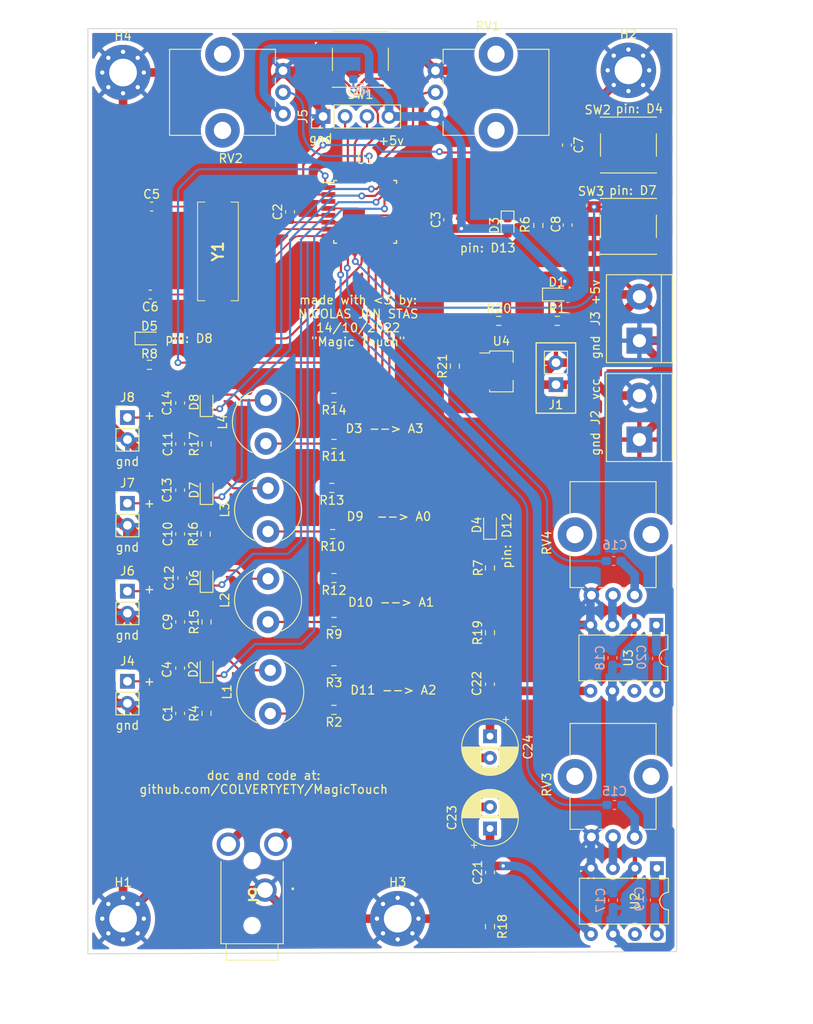
<source format=kicad_pcb>
(kicad_pcb (version 20211014) (generator pcbnew)
  (layers (0 "F.Cu" mixed) (31 "B.Cu" mixed) (34 "B.Paste" user) (35 "F.Paste" user) (36 "B.SilkS" user "B.Silkscreen") (37 "F.SilkS" user "F.Silkscreen") (38 "B.Mask" user) (39 "F.Mask" user) (44 "Edge.Cuts" user))
  (net 0 "")
  (net 1 "GND")
  (net 2 "/A2")
  (net 3 "+5V")
  (net 4 "Net-(C4-Pad1)")
  (net 5 "Net-(C4-Pad2)")
  (net 6 "Net-(C5-Pad2)")
  (net 7 "Net-(C6-Pad1)")
  (net 8 "/D4")
  (net 9 "/D7")
  (net 10 "/A1")
  (net 11 "/A0")
  (net 12 "/A3")
  (net 13 "Net-(C12-Pad1)")
  (net 14 "Net-(C12-Pad2)")
  (net 15 "Net-(C13-Pad1)")
  (net 16 "Net-(C13-Pad2)")
  (net 17 "Net-(C14-Pad1)")
  (net 18 "Net-(C14-Pad2)")
  (net 19 "AudioR")
  (net 20 "Net-(C15-Pad2)")
  (net 21 "AudioL")
  (net 22 "Net-(C16-Pad2)")
  (net 23 "VCC")
  (net 24 "Net-(C19-Pad1)")
  (net 25 "Net-(C19-Pad2)")
  (net 26 "Net-(C20-Pad1)")
  (net 27 "Net-(C20-Pad2)")
  (net 28 "Net-(C21-Pad1)")
  (net 29 "Net-(C21-Pad2)")
  (net 30 "Net-(C22-Pad1)")
  (net 31 "Net-(C22-Pad2)")
  (net 32 "outR")
  (net 33 "outL")
  (net 34 "Net-(D1-Pad1)")
  (net 35 "Net-(D3-Pad1)")
  (net 36 "/D13")
  (net 37 "Net-(D4-Pad1)")
  (net 38 "/D12")
  (net 39 "Net-(D5-Pad1)")
  (net 40 "/D8")
  (net 41 "/D1")
  (net 42 "/D0")
  (net 43 "Net-(L1-Pad1)")
  (net 44 "Net-(L2-Pad1)")
  (net 45 "Net-(L3-Pad1)")
  (net 46 "Net-(L4-Pad1)")
  (net 47 "/D11")
  (net 48 "/~{rst}")
  (net 49 "/D10")
  (net 50 "/D9")
  (net 51 "/D3")
  (net 52 "/A5")
  (net 53 "/A4")
  (net 54 "Net-(RV3-Pad2)")
  (net 55 "Net-(RV4-Pad2)")
  (net 58 "/D2")
  (net 61 "Net-(R20-Pad1)")
  (footprint "Resistor_SMD:R_0603_1608Metric_Pad0.98x0.95mm_HandSolder" (layer "F.Cu") (at 211.836 127.9125 -90)
    (fp_text reference "R18")
    (fp_text value "10")
  )
  (footprint "Resistor_SMD:R_0603_1608Metric_Pad0.98x0.95mm_HandSolder" (layer "F.Cu") (at 207.772 63.1425 90)
    (fp_text reference "R21")
    (fp_text value "1K")
  )
  (footprint "LED_SMD:LED_0603_1608Metric_Pad1.05x0.95mm_HandSolder" (layer "F.Cu") (at 213.868 46.877 -90)
    (fp_text reference "D3")
    (fp_text value "LED")
  )
  (footprint "Capacitor_SMD:C_0603_1608Metric_Pad1.08x0.95mm_HandSolder" (layer "F.Cu") (at 172.72 44.704)
    (fp_text reference "C5")
    (fp_text value "12pF")
  )
  (footprint "TerminalBlock:TerminalBlock_bornier-2_P5.08mm" (layer "F.Cu") (at 229.108 71.628 90)
    (fp_text reference "J2")
    (fp_text value "Pspeak")
  )
  (footprint "Connector_PinHeader_2.54mm:PinHeader_1x02_P2.54mm_Vertical" (layer "F.Cu") (at 169.926 69.088)
    (fp_text reference "J8")
    (fp_text value "Conn_01x02_Female")
  )
  (footprint "Potentiometer_THT:Potentiometer_Bourns_PTV09A-1_Single_Vertical" (layer "F.Cu") (at 228.56 89.616 90)
    (fp_text reference "RV4")
    (fp_text value "10k")
  )
  (footprint "Connector_PinHeader_2.54mm:PinHeader_1x04_P2.54mm_Vertical" (layer "F.Cu") (at 192.542 34.29 90)
    (fp_text reference "J5")
    (fp_text value "conn_prog")
  )
  (footprint "Button_Switch_SMD:SW_Push_1P1T_NO_6x6mm_H9.5mm" (layer "F.Cu") (at 196.85 27.686 180)
    (fp_text reference "SW1")
    (fp_text value "SW_SPST")
  )
  (footprint "Capacitor_SMD:C_0603_1608Metric_Pad1.08x0.95mm_HandSolder" (layer "F.Cu") (at 207.01 46.228 90)
    (fp_text reference "C3")
    (fp_text value "0.1uF")
  )
  (footprint "Resistor_SMD:R_0603_1608Metric_Pad0.98x0.95mm_HandSolder" (layer "F.Cu") (at 211.836 86.4635 -90)
    (fp_text reference "R7")
    (fp_text value "600")
  )
  (footprint "Capacitor_SMD:C_0603_1608Metric_Pad1.08x0.95mm_HandSolder" (layer "F.Cu") (at 176.022 92.71 90)
    (fp_text reference "C9")
    (fp_text value "100pF")
  )
  (footprint "Resistor_SMD:R_0603_1608Metric_Pad0.98x0.95mm_HandSolder" (layer "F.Cu") (at 179.07 72.136 90)
    (fp_text reference "R17")
    (fp_text value "1M")
  )
  (footprint "Capacitor_SMD:C_0603_1608Metric_Pad1.08x0.95mm_HandSolder" (layer "F.Cu") (at 176.022 77.47 -90)
    (fp_text reference "C13")
    (fp_text value "10nF")
  )
  (footprint "Diode_SMD:D_0603_1608Metric_Pad1.05x0.95mm_HandSolder" (layer "F.Cu") (at 179.07 87.63 90)
    (fp_text reference "D6")
    (fp_text value "D")
  )
  (footprint "Resistor_SMD:R_0603_1608Metric_Pad0.98x0.95mm_HandSolder" (layer "F.Cu") (at 193.802 98.298 180)
    (fp_text reference "R3")
    (fp_text value "3.3k")
  )
  (footprint "TerminalBlock:TerminalBlock_bornier-2_P5.08mm" (layer "F.Cu") (at 229.108 60.198 90)
    (fp_text reference "J3")
    (fp_text value "P5V")
  )
  (footprint "Capacitor_SMD:C_0603_1608Metric_Pad1.08x0.95mm_HandSolder" (layer "F.Cu") (at 176.022 72.136 90)
    (fp_text reference "C11")
    (fp_text value "100pF")
  )
  (footprint "Resistor_SMD:R_0603_1608Metric_Pad0.98x0.95mm_HandSolder" (layer "F.Cu") (at 193.802 87.63 180)
    (fp_text reference "R12")
    (fp_text value "3.3k")
  )
  (footprint "Capacitor_SMD:C_0603_1608Metric_Pad1.08x0.95mm_HandSolder" (layer "F.Cu") (at 211.836 121.666 90)
    (fp_text reference "C21")
    (fp_text value "50nF")
  )
  (footprint "MountingHole:MountingHole_3.2mm_M3_Pad_Via" (layer "F.Cu") (at 227.838 28.956)
    (fp_text reference "H2")
    (fp_text value "MountingHole_Pad")
  )
  (footprint "Resistor_SMD:R_0603_1608Metric_Pad0.98x0.95mm_HandSolder" (layer "F.Cu") (at 178.9665 82.55 90)
    (fp_text reference "R16")
    (fp_text value "1M")
  )
  (footprint "Diode_SMD:D_0603_1608Metric_Pad1.05x0.95mm_HandSolder" (layer "F.Cu") (at 179.07 67.31 90)
    (fp_text reference "D8")
    (fp_text value "D")
  )
  (footprint "Connector_PinHeader_2.54mm:PinHeader_1x02_P2.54mm_Vertical" (layer "F.Cu") (at 169.926 78.994)
    (fp_text reference "J7")
    (fp_text value "Conn_01x02_Female")
  )
  (footprint "cristal:ABLS16000MHz20B3HT" (layer "F.Cu") (at 180.388 49.882 -90)
    (fp_text reference "Y1")
    (fp_text value "Crystal 16Mhz" hide)
  )
  (footprint "LED_SMD:LED_0603_1608Metric_Pad1.05x0.95mm_HandSolder" (layer "F.Cu") (at 172.466 59.944)
    (fp_text reference "D5")
    (fp_text value "LED")
  )
  (footprint "Resistor_SMD:R_0603_1608Metric_Pad0.98x0.95mm_HandSolder" (layer "F.Cu") (at 193.548 77.216 180)
    (fp_text reference "R13")
    (fp_text value "3.3k")
  )
  (footprint "Inductor_THT:L_Radial_D7.5mm_P5.00mm_Fastron_07P" (layer "F.Cu") (at 186.182 82.256 90)
    (fp_text reference "L3")
    (fp_text value "10mH")
  )
  (footprint "Diode_SMD:D_0603_1608Metric_Pad1.05x0.95mm_HandSolder" (layer "F.Cu") (at 179.07 98.0565 90)
    (fp_text reference "D2")
    (fp_text value "D")
  )
  (footprint "Capacitor_SMD:C_0603_1608Metric_Pad1.08x0.95mm_HandSolder" (layer "F.Cu") (at 172.5665 54.864 180)
    (fp_text reference "C6")
    (fp_text value "12pF")
  )
  (footprint "Inductor_THT:L_Radial_D7.5mm_P5.00mm_Fastron_07P" (layer "F.Cu") (at 185.928 72.096 90)
    (fp_text reference "L4")
    (fp_text value "10mH")
  )
  (footprint "Capacitor_SMD:C_0603_1608Metric_Pad1.08x0.95mm_HandSolder" (layer "F.Cu") (at 176.276 87.63 -90)
    (fp_text reference "C12")
    (fp_text value "10nF")
  )
  (footprint "Capacitor_SMD:C_0603_1608Metric_Pad1.08x0.95mm_HandSolder" (layer "F.Cu") (at 220.726 37.592 90)
    (fp_text reference "C7")
    (fp_text value "10nF")
  )
  (footprint "MountingHole:MountingHole_3.2mm_M3_Pad_Via" (layer "F.Cu") (at 169.418 127)
    (fp_text reference "H1")
    (fp_text value "MountingHole_Pad")
  )
  (footprint "Button_Switch_SMD:SW_Push_1P1T_NO_6x6mm_H9.5mm" (layer "F.Cu") (at 227.838 37.592 180)
    (fp_text reference "SW2")
    (fp_text value "SW_SPST")
  )
  (footprint "Resistor_SMD:R_0603_1608Metric_Pad0.98x0.95mm_HandSolder" (layer "F.Cu") (at 179.07 103.2775 90)
    (fp_text reference "R4")
    (fp_text value "1M")
  )
  (footprint "Resistor_SMD:R_0603_1608Metric_Pad0.98x0.95mm_HandSolder" (layer "F.Cu") (at 193.802 66.802 180)
    (fp_text reference "R14")
    (fp_text value "3.3k")
  )
  (footprint "Resistor_SMD:R_0603_1608Metric_Pad0.98x0.95mm_HandSolder" (layer "F.Cu") (at 211.836 93.9585 90)
    (fp_text reference "R19")
    (fp_text value "10")
  )
  (footprint "Inductor_THT:L_Radial_D7.5mm_P5.00mm_Fastron_07P" (layer "F.Cu") (at 186.182 92.71 90)
    (fp_text reference "L2")
    (fp_text value "10mH")
  )
  (footprint "Capacitor_THT:CP_Radial_D6.3mm_P2.50mm" (layer "F.Cu") (at 211.836 105.918 -90)
    (fp_text reference "C24")
    (fp_text value "250uF")
  )
  (footprint "Diode_SMD:D_0603_1608Metric_Pad1.05x0.95mm_HandSolder" (layer "F.Cu") (at 179.07 77.47 90)
    (fp_text reference "D7")
    (fp_text value "D")
  )
  (footprint "Capacitor_SMD:C_0603_1608Metric_Pad1.08x0.95mm_HandSolder" (layer "F.Cu") (at 176.022 67.4105 -90)
    (fp_text reference "C14")
    (fp_text value "10nF")
  )
  (footprint "Resistor_SMD:R_0603_1608Metric_Pad0.98x0.95mm_HandSolder" (layer "F.Cu") (at 193.802 92.71 180)
    (fp_text reference "R9")
    (fp_text value "10k")
  )
  (footprint "Inductor_THT:L_Radial_D7.5mm_P5.00mm_Fastron_07P" (layer "F.Cu") (at 186.436 103.298 90)
    (fp_text reference "L1")
    (fp_text value "10mH")
  )
  (footprint "Potentiometer_THT:Potentiometer_Bourns_PTV09A-1_Single_Vertical" (layer "F.Cu") (at 228.56 117.556 90)
    (fp_text reference "RV3")
    (fp_text value "10k")
  )
  (footprint "MountingHole:MountingHole_3.2mm_M3_Pad_Via" (layer "F.Cu") (at 201.168 127)
    (fp_text reference "H3")
    (fp_text value "MountingHole_Pad")
  )
  (footprint "Capacitor_SMD:C_0603_1608Metric_Pad1.08x0.95mm_HandSolder" (layer "F.Cu") (at 176.022 98.044 -90)
    (fp_text reference "C4")
    (fp_text value "10nF")
  )
  (footprint "Potentiometer_THT:Potentiometer_Bourns_PTV09A-1_Single_Vertical" (layer "F.Cu") (at 187.914 28.996 180)
    (fp_text reference "RV2")
    (fp_text value "R_Potentiometer")
  )
  (footprint "Potentiometer_THT:Potentiometer_Bourns_PTV09A-1_Single_Vertical" (layer "F.Cu") (at 205.532 33.996)
    (fp_text reference "RV1")
    (fp_text value "R_Potentiometer")
  )
  (footprint "Capacitor_SMD:C_0603_1608Metric_Pad1.08x0.95mm_HandSolder" (layer "F.Cu") (at 176.022 82.55 90)
    (fp_text reference "C10")
    (fp_text value "100pF")
  )
  (footprint "Package_TO_SOT_SMD:SOT-89-3" (layer "F.Cu") (at 212.852 63.754)
    (fp_text reference "U4")
    (fp_text value "LM317L_SOT-89")
  )
  (footprint "Resistor_SMD:R_0603_1608Metric_Pad0.98x0.95mm_HandSolder" (layer "F.Cu") (at 193.802 72.136 180)
    (fp_text reference "R11")
    (fp_text value "10k")
  )
  (footprint "Package_DIP:DIP-8_W7.62mm" (layer "F.Cu") (at 231.13 121.168 -90)
    (fp_text reference "U2")
    (fp_text value "LM386")
  )
  (footprint "Connector_PinHeader_2.54mm:PinHeader_1x02_P2.54mm_Vertical" (layer "F.Cu") (at 219.456 65.283 180)
    (fp_text reference "J1")
    (fp_text value "Conn_01x02_Female")
  )
  (footprint "Connector_PinHeader_2.54mm:PinHeader_1x02_P2.54mm_Vertical" (layer "F.Cu") (at 169.926 99.568)
    (fp_text reference "J4")
    (fp_text value "Conn_01x02_Female")
  )
  (footprint "Resistor_SMD:R_0603_1608Metric_Pad0.98x0.95mm_HandSolder" (layer "F.Cu") (at 193.802 102.87 180)
    (fp_text reference "R2")
    (fp_text value "10k")
  )
  (footprint "Capacitor_SMD:C_0603_1608Metric_Pad1.08x0.95mm_HandSolder" (layer "F.Cu") (at 211.836 99.904 -90)
    (fp_text reference "C22")
    (fp_text value "50nF")
  )
  (footprint "Package_QFP:TQFP-32_7x7mm_P0.8mm" (layer "F.Cu") (at 197.406 45.31)
    (fp_text reference "U1")
    (fp_text value "ATmega328P-A")
  )
  (footprint "Resistor_SMD:R_0603_1608Metric_Pad0.98x0.95mm_HandSolder" (layer "F.Cu") (at 219.6065 57.912)
    (fp_text reference "R1")
    (fp_text value "600")
  )
  (footprint "Resistor_SMD:R_0603_1608Metric_Pad0.98x0.95mm_HandSolder" (layer "F.Cu") (at 212.852 57.912)
    (fp_text reference "R20")
    (fp_text value "3.3k")
  )
  (footprint "Resistor_SMD:R_0603_1608Metric_Pad0.98x0.95mm_HandSolder" (layer "F.Cu") (at 172.466 62.992)
    (fp_text reference "R8")
    (fp_text value "600")
  )
  (footprint "Button_Switch_SMD:SW_Push_1P1T_NO_6x6mm_H9.5mm" (layer "F.Cu") (at 227.838 46.99)
    (fp_text reference "SW3")
    (fp_text value "SW_SPST")
  )
  (footprint "Resistor_SMD:R_0603_1608Metric_Pad0.98x0.95mm_HandSolder" (layer "F.Cu") (at 193.6515 82.55 180)
    (fp_text reference "R10")
    (fp_text value "10k")
  )
  (footprint "Resistor_SMD:R_0603_1608Metric_Pad0.98x0.95mm_HandSolder" (layer "F.Cu") (at 217.424 46.8865 -90)
    (fp_text reference "R6")
    (fp_text value "600")
  )
  (footprint "Capacitor_SMD:C_0603_1608Metric_Pad1.08x0.95mm_HandSolder" (layer "F.Cu") (at 176.022 103.2775 90)
    (fp_text reference "C1")
    (fp_text value "100pF")
  )
  (footprint "Capacitor_THT:CP_Radial_D6.3mm_P2.50mm" (layer "F.Cu") (at 211.836 116.586 90)
    (fp_text reference "C23")
    (fp_text value "250uF")
  )
  (footprint "Capacitor_SMD:C_0603_1608Metric_Pad1.08x0.95mm_HandSolder" (layer "F.Cu") (at 220.815 46.8365 -90)
    (fp_text reference "C8")
    (fp_text value "10nF")
  )
  (footprint "LED_SMD:LED_0603_1608Metric_Pad1.05x0.95mm_HandSolder" (layer "F.Cu") (at 211.836 81.487 90)
    (fp_text reference "D4")
    (fp_text value "LED")
  )
  (footprint "Capacitor_SMD:C_0603_1608Metric_Pad1.08x0.95mm_HandSolder" (layer "F.Cu") (at 188.722 45.3125 90)
    (fp_text reference "C2")
    (fp_text value "4.7uF")
  )
  (footprint "LED_SMD:LED_0603_1608Metric_Pad1.05x0.95mm_HandSolder" (layer "F.Cu") (at 219.569 54.864)
    (fp_text reference "D1")
    (fp_text value "LED")
  )
  (footprint "Connector_PinHeader_2.54mm:PinHeader_1x02_P2.54mm_Vertical" (layer "F.Cu") (at 169.926 89.154)
    (fp_text reference "J6")
    (fp_text value "Conn_01x02_Female")
  )
  (footprint "MountingHole:MountingHole_3.2mm_M3_Pad_Via" (layer "F.Cu") (at 169.418 29.21)
    (fp_text reference "H4")
    (fp_text value "MountingHole_Pad")
  )
  (footprint "jack:STX3000" (layer "F.Cu") (at 185.834 123.698 90)
    (fp_text reference "J9")
    (fp_text value "STX-3000" hide)
  )
  (footprint "Resistor_SMD:R_0603_1608Metric_Pad0.98x0.95mm_HandSolder" (layer "F.Cu") (at 179.07 92.71 90)
    (fp_text reference "R15")
    (fp_text value "1M")
  )
  (footprint "Package_DIP:DIP-8_W7.62mm" (layer "F.Cu") (at 231.064 93.056 -90)
    (fp_text reference "U3")
    (fp_text value "LM386")
  )
  (footprint "Capacitor_SMD:C_0603_1608Metric_Pad1.08x0.95mm_HandSolder" (layer "B.Cu") (at 225.994 96.856 -90)
    (fp_text reference "C18")
    (fp_text value "10uF")
  )
  (footprint "Resistor_SMD:R_0603_1608Metric_Pad0.98x0.95mm_HandSolder" (layer "B.Cu") (at 196.9535 29.972)
    (fp_text reference "R5")
    (fp_text value "10k")
  )
  (footprint "Capacitor_SMD:C_0603_1608Metric_Pad1.08x0.95mm_HandSolder" (layer "B.Cu") (at 230.886 124.8675 90)
    (fp_text reference "C19")
    (fp_text value "10uF")
  )
  (footprint "Capacitor_SMD:C_0603_1608Metric_Pad1.08x0.95mm_HandSolder" (layer "B.Cu") (at 231.14 96.9275 90)
    (fp_text reference "C20")
    (fp_text value "10uF")
  )
  (footprint "Capacitor_SMD:C_0603_1608Metric_Pad1.08x0.95mm_HandSolder" (layer "B.Cu") (at 226.232 113.858)
    (fp_text reference "C15")
    (fp_text value "10uF")
  )
  (footprint "Capacitor_SMD:C_0603_1608Metric_Pad1.08x0.95mm_HandSolder" (layer "B.Cu") (at 226.06 124.8675 -90)
    (fp_text reference "C17")
    (fp_text value "10uF")
  )
  (footprint "Capacitor_SMD:C_0603_1608Metric_Pad1.08x0.95mm_HandSolder" (layer "B.Cu") (at 226.1315 85.664)
    (fp_text reference "C16")
    (fp_text value "10uF")
  )
  (gr_rect (start 217.17 60.452) (end 221.742 68.58) (layer "F.SilkS") (width 0.15) (fill none))
  (gr_line (start 233.426 24.892) (end 233.426 130.81) (layer "Edge.Cuts") (width 0.1))
  (gr_line (start 165.354 24.13) (end 233.426 24.13) (layer "Edge.Cuts") (width 0.1))
  (gr_line (start 233.426 24.13) (end 233.426 24.892) (layer "Edge.Cuts") (width 0.1))
  (gr_line (start 233.426 130.81) (end 165.354 131.064) (layer "Edge.Cuts") (width 0.1))
  (gr_line (start 165.354 131.064) (end 165.354 24.13) (layer "Edge.Cuts") (width 0.1))
  (gr_text "+" (at 172.466 78.994) (layer "F.SilkS") (effects (font (size 1 1))))
  (gr_text "D10 --> A1" (at 200.406 90.424) (layer "F.SilkS") (effects (font (size 1 1))))
  (gr_text "+5v\n" (at 200.406 37.084) (layer "F.SilkS") (effects (font (size 1 1))))
  (gr_text "+" (at 172.466 68.834) (layer "F.SilkS") (effects (font (size 1 1))))
  (gr_text "pin: D13\n\n" (at 211.582 50.292) (layer "F.SilkS") (effects (font (size 1 1))))
  (gr_text "pin: D7\n\n\n" (at 228.346 44.45) (layer "F.SilkS") (effects (font (size 1 1))))
  (gr_text "gnd\n" (at 169.926 74.168) (layer "F.SilkS") (effects (font (size 1 1))))
  (gr_text "gnd\n" (at 169.926 84.074) (layer "F.SilkS") (effects (font (size 1 1))))
  (gr_text "pin: D12\n\n\n" (at 215.392 83.312 90) (layer "F.SilkS") (effects (font (size 1 1))))
  (gr_text "doc and code at:\ngithub.com/COLVERTYETY/MagicTouch" (at 185.674 111.252) (layer "F.SilkS") (effects (font (size 1 1))))
  (gr_text "+5v\n" (at 224.028 54.61 90) (layer "F.SilkS") (effects (font (size 1 1))))
  (gr_text "gnd\n" (at 224.028 72.136 90) (layer "F.SilkS") (effects (font (size 1 1))))
  (gr_text "gnd\n" (at 192.278 36.83) (layer "F.SilkS") (effects (font (size 1 1))))
  (gr_text "D9  --> A0" (at 200.152 80.518) (layer "F.SilkS") (effects (font (size 1 1))))
  (gr_text "gnd\n" (at 169.926 94.234) (layer "F.SilkS") (effects (font (size 1 1))))
  (gr_text "pin: D8\n" (at 177.038 59.944) (layer "F.SilkS") (effects (font (size 1 1))))
  (gr_text "gnd\n" (at 169.926 104.648) (layer "F.SilkS") (effects (font (size 1 1))))
  (gr_text "vcc\n" (at 224.028 65.786 90) (layer "F.SilkS") (effects (font (size 1 1))))
  (gr_text "made with <3 by:\nNICOLAS JAN STAS\n14/10/2022\n{dblquote}Magic Touch{dblquote}" (at 196.596 57.912) (layer "F.SilkS") (effects (font (size 1 1))))
  (gr_text "+" (at 172.466 99.568) (layer "F.SilkS") (effects (font (size 1 1))))
  (gr_text "+" (at 172.466 88.9) (layer "F.SilkS") (effects (font (size 1 1))))
  (gr_text "pin: D4\n\n\n\n" (at 229.108 35.814) (layer "F.SilkS") (effects (font (size 1 1))))
  (gr_text "D11 --> A2" (at 200.66 100.584) (layer "F.SilkS") (effects (font (size 1 1))))
  (gr_text "D3 --> A3\n" (at 199.644 70.358) (layer "F.SilkS") (effects (font (size 1 1))))
  (gr_text "gnd\n" (at 224.028 60.96 90) (layer "F.SilkS") (effects (font (size 1 1))))
  (segment (start 208.026 42.418) (end 203.962 38.354) (width 1) (layer "F.Cu") (net 1))
  (segment (start 231.608 60.198) (end 231.902 59.904) (width 1) (layer "F.Cu") (net 1))
  (segment (start 183.388 101.346) (end 184.15 100.584) (width 1) (layer "F.Cu") (net 1))
  (segment (start 189.136 127) (end 185.834 123.698) (width 1) (layer "F.Cu") (net 1))
  (segment (start 183.896 106.172) (end 183.388 105.664) (width 1) (layer "F.Cu") (net 1))
  (segment (start 211.836 128.825) (end 214.610359 128.825) (width 1) (layer "F.Cu") (net 1))
  (segment (start 180.4435 74.422) (end 179.07 73.0485) (width 1) (layer "F.Cu") (net 1))
  (segment (start 213.7645 57.912) (end 213.7645 51.4585) (width 1) (layer "F.Cu") (net 1))
  (segment (start 169.366978 81.534) (end 169.926 81.534) (width 1) (layer "F.Cu") (net 1))
  (segment (start 223.863 32.931) (end 227.838 28.956) (width 1) (layer "F.Cu") (net 1))
  (segment (start 172.974 65.278) (end 173.482 64.77) (width 1) (layer "F.Cu") (net 1))
  (segment (start 229.108 60.198) (end 231.608 60.198) (width 1) (layer "F.Cu") (net 1))
  (segment (start 172.72 123.698) (end 169.418 127) (width 1) (layer "F.Cu") (net 1))
  (segment (start 214.884 30.988) (end 209.042 30.988) (width 1) (layer "F.Cu") (net 1))
  (segment (start 167.386 94.234) (end 169.926 91.694) (width 1) (layer "F.Cu") (net 1))
  (segment (start 168.402 64.008) (end 169.672 65.278) (width 1) (layer "F.Cu") (net 1))
  (segment (start 181.5065 93.6225) (end 183.388 95.504) (width 1) (layer "F.Cu") (net 1))
  (segment (start 179.02 72.9985) (end 179.07 73.0485) (width 1) (layer "F.Cu") (net 1))
  (segment (start 209.296 31.242) (end 209.042 30.988) (width 1) (layer "F.Cu") (net 1))
  (segment (start 176.022 72.9985) (end 179.02 72.9985) (width 1) (layer "F.Cu") (net 1))
  (segment (start 200.825 25.436) (end 201.972 25.436) (width 1) (layer "F.Cu") (net 1))
  (segment (start 207.01 45.3655) (end 209.9575 42.418) (width 1) (layer "F.Cu") (net 1))
  (segment (start 193.04 84.836) (end 194.7145 86.5105) (width 1) (layer "F.Cu") (net 1))
  (segment (start 231.902 68.834) (end 229.108 71.628) (width 1) (layer "F.Cu") (net 1))
  (segment (start 211.836 128.825) (end 207.311 128.825) (width 1) (layer "F.Cu") (net 1))
  (segment (start 189.982 45.71) (end 188.722 44.45) (width 0.2) (layer "F.Cu") (net 1))
  (segment (start 176.022 104.14) (end 179.02 104.14) (width 1) (layer "F.Cu") (net 1))
  (segment (start 176.072 83.4625) (end 176.022 83.4125) (width 1) (layer "F.Cu") (net 1))
  (segment (start 169.926 102.108) (end 168.723919 102.108) (width 1) (layer "F.Cu") (net 1))
  (segment (start 176.022 72.9985) (end 171.2965 72.9985) (width 1) (layer "F.Cu") (net 1))
  (segment (start 171.0955 72.9985) (end 167.386 76.708) (width 1) (layer "F.Cu") (net 1))
  (segment (start 171.8045 83.4125) (end 169.926 81.534) (width 1) (layer "F.Cu") (net 1))
  (segment (start 197.866 106.172) (end 183.896 106.172) (width 1) (layer "F.Cu") (net 1))
  (segment (start 216.73168 127.94632) (end 223.51 121.168) (width 1) (layer "F.Cu") (net 1))
  (segment (start 171.2965 72.9985) (end 171.0955 72.9985) (width 1) (layer "F.Cu") (net 1))
  (segment (start 184.15 100.584) (end 189.23 100.584) (width 1) (layer "F.Cu") (net 1))
  (segment (start 223.863 35.342) (end 223.863 32.931) (width 1) (layer "F.Cu") (net 1))
  (segment (start 167.132 90.102081) (end 168.723919 91.694) (width 1) (layer "F.Cu") (net 1))
  (segment (start 206.5545 44.91) (end 201.656 44.91) (width 0.2) (layer "F.Cu") (net 1))
  (segment (start 171.2965 72.9985) (end 169.926 71.628) (width 1) (layer "F.Cu") (net 1))
  (segment (start 176.022 104.14) (end 171.958 104.14) (width 1) (layer "F.Cu") (net 1))
  (segment (start 211.846 93.056) (end 223.444 93.056) (width 1) (layer "F.Cu") (net 1))
  (segment (start 229.108 60.198) (end 231.902 62.992) (width 1) (layer "F.Cu") (net 1))
  (segment (start 169.926 81.534) (end 169.926 85.344) (width 1) (layer "F.Cu") (net 1))
  (segment (start 192.542 34.29) (end 192.542 33.624) (width 1) (layer "F.Cu") (net 1))
  (segment (start 222.356 49.24) (end 220.815 47.699) (width 1) (layer "F.Cu") (net 1))
  (segment (start 211.836 87.376) (end 211.836 92.202) (width 1) (layer "F.Cu") (net 1))
  (segment (start 200.825 25.436) (end 192.875 25.436) (width 1) (layer "F.Cu") (net 1))
  (segment (start 167.386 79.553022) (end 169.366978 81.534) (width 1) (layer "F.Cu") (net 1))
  (segment (start 173.482 63.0955) (end 173.3785 62.992) (width 1) (layer "F.Cu") (net 1))
  (segment (start 231.813 35.342) (end 223.863 35.342) (width 1) (layer "F.Cu") (net 1))
  (segment (start 231.902 52.578) (end 231.813 52.489) (width 1) (layer "F.Cu") (net 1))
  (segment (start 220.519 59.643) (end 220.519 57.912) (width 1) (layer "F.Cu") (net 1))
  (segment (start 216.154 59.69) (end 220.472 59.69) (width 1) (layer "F.Cu") (net 1))
  (segment (start 168.402 58.166) (end 168.402 64.008) (width 1) (layer "F.Cu") (net 1))
  (segment (start 222.4755 36.7295) (end 223.863 35.342) (width 1) (layer "F.Cu") (net 1))
  (segment (start 166.878 68.834) (end 166.878 68.072) (width 1) (layer "F.Cu") (net 1))
  (segment (start 220.472 59.69) (end 220.519 59.643) (width 1) (layer "F.Cu") (net 1))
  (segment (start 194.7145 97.1785) (end 194.7145 98.298) (width 1) (layer "F.Cu") (net 1))
  (segment (start 171.704 44.8575) (end 171.8575 44.704) (width 1) (layer "F.Cu") (net 1))
  (segment (start 171.704 54.864) (end 168.402 58.166) (width 1) (layer "F.Cu") (net 1))
  (segment (start 189.23 100.584) (end 189.738 100.076) (width 1) (layer "F.Cu") (net 1))
  (segment (start 187.914 28.996) (end 189.315 28.996) (width 1) (layer "F.Cu") (net 1))
  (segment (start 177.546 31.496) (end 175.26 29.21) (width 1) (layer "F.Cu") (net 1))
  (segment (start 189.738 100.076) (end 189.738 95.504) (width 1) (layer "F.Cu") (net 1))
  (segment (start 207.01 45.3655) (end 206.5545 44.91) (width 0.2) (layer "F.Cu") (net 1))
  (segment (start 182.0145 83.4625) (end 183.388 84.836) (width 1) (layer "F.Cu") (net 1))
  (segment (start 214.376 57.912) (end 216.154 59.69) (width 1) (layer "F.Cu") (net 1))
  (segment (start 169.926 85.344) (end 167.132 88.138) (width 1) (layer "F.Cu") (net 1))
  (segment (start 179.07 93.6225) (end 176.072 93.6225) (width 1) (layer "F.Cu") (net 1))
  (segment (start 183.388 84.836) (end 193.04 84.836) (width 1) (layer "F.Cu") (net 1))
  (segment (start 193.04 95.504) (end 194.7145 97.1785) (width 1) (layer "F.Cu") (net 1))
  (segment (start 194.7145 86.5105) (end 194.7145 87.63) (width 1) (layer "F.Cu") (net 1))
  (segment (start 219.202 47.392) (end 218.895 47.699) (width 1) (layer "F.Cu") (net 1))
  (segment (start 188.722 44.45) (end 188.722 38.11) (width 1) (layer "F.Cu") (net 1))
  (segment (start 189.738 95.504) (end 193.04 95.504) (width 1) (layer "F.Cu") (net 1))
  (segment (start 175.26 29.21) (end 169.418 29.21) (width 1) (layer "F.Cu") (net 1))
  (segment (start 205.486 127) (end 201.168 127) (width 1) (layer "F.Cu") (net 1))
  (segment (start 231.813 52.489) (end 231.813 49.24) (width 1) (layer "F.Cu") (net 1))
  (segment (start 169.926 71.628) (end 169.672 71.628) (width 1) (layer "F.Cu") (net 1))
  (segment (start 167.386 100.770081) (end 167.386 94.234) (width 1) (layer "F.Cu") (net 1))
  (segment (start 231.902 62.992) (end 231.902 68.834) (width 1) (layer "F.Cu") (net 1))
  (segment (start 179.07 93.6225) (end 181.5065 93.6225) (width 1) (layer "F.Cu") (net 1))
  (segment (start 178.9665 83.4625) (end 176.072 83.4625) (width 1) (layer "F.Cu") (net 1))
  (segment (start 176.022 93.5725) (end 171.8045 93.5725) (width 1) (layer "F.Cu") (net 1))
  (segment (start 211.836 92.202) (end 197.866 106.172) (width 1) (layer "F.Cu") (net 1))
  (segment (start 171.8045 93.5725) (end 169.926 91.694) (width 1) (layer "F.Cu") (net 1))
  (segment (start 220.815 47.699) (end 218.895 47.699) (width 1) (layer "F.Cu") (net 1))
  (segment (start 213.7645 57.912) (end 214.376 57.912) (width 1) (layer "F.Cu") (net 1))
  (segment (start 209.042 30.988) (end 207.05 28.996) (width 1) (layer "F.Cu") (net 1))
  (segment (start 169.418 127) (end 169.418 106.68) (width 1) (layer "F.Cu") (net 1))
  (segment (start 231.902 59.904) (end 231.902 52.578) (width 1) (layer "F.Cu") (net 1))
  (segment (start 207.311 128.825) (end 205.486 127) (width 1) (layer "F.Cu") (net 1))
  (segment (start 188.722 38.11) (end 192.542 34.29) (width 1) (layer "F.Cu") (net 1))
  (segment (start 169.418 42.2645) (end 169.418 29.21) (width 1) (layer "F.Cu") (net 1))
  (segment (start 168.723919 102.108) (end 167.386 100.770081) (width 1) (layer "F.Cu") (net 1))
  (segment (start 220.726 36.7295) (end 222.4755 36.7295) (width 1) (layer "F.Cu") (net 1))
  (segment (start 209.9575 42.418) (end 219.202 42.418) (width 1) (layer "F.Cu") (net 1))
  (segment (start 169.418 106.68) (end 171.958 104.14) (width 1) (layer "F.Cu") (net 1))
  (segment (start 168.723919 91.694) (end 169.926 91.694) (width 1) (layer "F.Cu") (net 1))
  (segment (start 209.296 32.512) (end 209.296 31.242) (width 1) (layer "F.Cu") (net 1))
  (segment (start 201.168 127) (end 189.136 127) (width 1) (layer "F.Cu") (net 1))
  (segment (start 211.836 93.046) (end 211.836 87.376) (width 1) (layer "F.Cu") (net 1))
  (segment (start 203.962 38.354) (end 203.962 37.846) (width 1) (layer "F.Cu") (net 1))
  (segment (start 176.022 83.4125) (end 171.8045 83.4125) (width 1) (layer "F.Cu") (net 1))
  (segment (start 171.8575 44.704) (end 169.418 42.2645) (width 1) (layer "F.Cu") (net 1))
  (segment (start 178.9665 83.4625) (end 182.0145 83.4625) (width 1) (layer "F.Cu") (net 1))
  (segment (start 176.072 93.6225) (end 176.022 93.5725) (width 1) (layer "F.Cu") (net 1))
  (segment (start 218.895 47.699) (end 217.524 47.699) (width 1) (layer "F.Cu") (net 1))
  (segment (start 183.388 95.504) (end 189.738 95.504) (width 1) (layer "F.Cu") (net 1))
  (segment (start 189.062 44.11) (end 193.156 44.11) (width 0.2) (layer "F.Cu") (net 1))
  (segment (start 167.132 88.138) (end 167.132 90.102081) (width 1) (layer "F.Cu") (net 1))
  (segment (start 179.02 104.14) (end 179.07 104.19) (width 1) (layer "F.Cu") (net 1))
  (segment (start 194.4605 77.216) (end 191.6665 74.422) (width 1) (layer "F.Cu") (net 1))
  (segment (start 192.6825 64.77) (end 194.7145 66.802) (width 1) (layer "F.Cu") (net 1))
  (segment (start 220.6255 36.7295) (end 214.884 30.988) (width 1) (layer "F.Cu") (net 1))
  (segment (start 169.672 65.278) (end 172.974 65.278) (width 1) (layer "F.Cu") (net 1))
  (segment (start 173.482 64.77) (end 192.6825 64.77) (width 1) (layer "F.Cu") (net 1))
  (segment (start 217.524 47.699) (end 217.424 47.799) (width 1) (layer "F.Cu") (net 1))
  (segment (start 207.05 28.996) (end 205.532 28.996) (width 1) (layer "F.Cu") (net 1))
  (segment (start 185.834 123.698) (end 172.72 123.698) (width 1) (layer "F.Cu") (net 1))
  (segment (start 209.9575 42.418) (end 208.026 42.418) (width 1) (layer "F.Cu") (net 1))
  (segment (start 173.482 64.77) (end 173.482 63.0955) (width 1) (layer "F.Cu") (net 1))
  (segment (start 191.6665 74.422) (end 180.4435 74.422) (width 1) (layer "F.Cu") (net 1))
  (segment (start 187.914 28.996) (end 185.414 31.496) (width 1) (layer "F.Cu") (net 1))
  (segment (start 167.386 76.708) (end 167.386 79.553022) (width 1) (layer "F.Cu") (net 1))
  (segment (start 201.972 25.436) (end 205.532 28.996) (width 1) (layer "F.Cu") (net 1))
  (segment (start 203.962 37.846) (end 209.296 32.512) (width 1) (layer "F.Cu") (net 1))
  (segment (start 189.315 28.996) (end 192.875 25.436) (width 1) (layer "F.Cu") (net 1))
  (segment (start 219.202 42.418) (end 219.202 47.392) (width 1) (layer "F.Cu") (net 1))
  (segment (start 171.704 54.864) (end 171.704 44.8575) (width 1) (layer "F.Cu") (net 1))
  (segment (start 185.414 31.496) (end 177.546 31.496) (width 1) (layer "F.Cu") (net 1))
  (segment (start 183.388 105.664) (end 183.388 101.346) (width 1) (layer "F.Cu") (net 1))
  (segment (start 188.722 44.45) (end 189.062 44.11) (width 0.2) (layer "F.Cu") (net 1))
  (segment (start 220.726 36.7295) (end 220.6255 36.7295) (width 1) (layer "F.Cu") (net 1))
  (segment (start 223.863 49.24) (end 231.813 49.24) (width 1) (layer "F.Cu") (net 1))
  (segment (start 192.542 33.624) (end 187.914 28.996) (width 1) (layer "F.Cu") (net 1))
  (segment (start 211.836 93.046) (end 211.846 93.056) (width 1) (layer "F.Cu") (net 1))
  (segment (start 213.7645 51.4585) (end 217.424 47.799) (width 1) (layer "F.Cu") (net 1))
  (segment (start 193.156 45.71) (end 189.982 45.71) (width 0.2) (layer "F.Cu") (net 1))
  (segment (start 171.958 104.14) (end 169.926 102.108) (width 1) (layer "F.Cu") (net 1))
  (segment (start 231.902 62.992) (end 231.902 59.904) (width 1) (layer "F.Cu") (net 1))
  (segment (start 223.863 49.24) (end 222.356 49.24) (width 1) (layer "F.Cu") (net 1))
  (segment (start 166.878 68.072) (end 169.672 65.278) (width 1) (layer "F.Cu") (net 1))
  (segment (start 169.672 71.628) (end 166.878 68.834) (width 1) (layer "F.Cu") (net 1))
  (arc (start 216.73168 127.94632) (mid 215.75841 128.596639) (end 214.610359 128.825) (width 1) (layer "F.Cu") (net 1))
  (segment (start 223.444 93.056) (end 223.444 89.732) (width 1) (layer "B.Cu") (net 1))
  (segment (start 226.06 124.005) (end 226.06 123.698) (width 1) (layer "B.Cu") (net 1))
  (segment (start 223.444 93.056) (end 223.444 93.4435) (width 1) (layer "B.Cu") (net 1))
  (segment (start 225.994 95.586) (end 228.524 93.056) (width 1) (layer "B.Cu") (net 1))
  (segment (start 226.06 124.005) (end 226.06 123.718) (width 1) (layer "B.Cu") (net 1))
  (segment (start 223.444 89.732) (end 223.56 89.616) (width 1) (layer "B.Cu") (net 1))
  (segment (start 225.994 95.9935) (end 225.994 95.586) (width 1) (layer "B.Cu") (net 1))
  (segment (start 223.51 121.168) (end 223.51 117.606) (width 1) (layer "B.Cu") (net 1))
  (segment (start 223.444 93.4435) (end 225.994 95.9935) (width 1) (layer "B.Cu") (net 1))
  (segment (start 226.06 123.698) (end 228.59 121.168) (width 1) (layer "B.Cu") (net 1))
  (segment (start 223.51 117.606) (end 223.56 117.556) (width 1) (layer "B.Cu") (net 1))
  (segment (start 226.06 123.718) (end 223.51 121.168) (width 1) (layer "B.Cu") (net 1))
  (segment (start 179.07 102.365) (end 179.07 98.9315) (width 0.25) (layer "F.Cu") (net 2))
  (segment (start 176.072 102.365) (end 176.022 102.415) (width 0.25) (layer "F.Cu") (net 2))
  (segment (start 199.644 44.958) (end 199.644 43.942) (width 0.25) (layer "F.Cu") (net 2))
  (segment (start 199.644 43.942) (end 200.276 43.31) (width 0.25) (layer "F.Cu") (net 2))
  (segment (start 179.07 102.365) (end 176.072 102.365) (width 0.25) (layer "F.Cu") (net 2))
  (segment (start 179.07 98.9315) (end 180.9765 98.9315) (width 0.25) (layer "F.Cu") (net 2))
  (segment (start 200.276 43.31) (end 201.656 43.31) (width 0.25) (layer "F.Cu") (net 2))
  (segment (start 180.9765 98.9315) (end 181.102 98.806) (width 0.25) (layer "F.Cu") (net 2))
  (via (at 199.644 44.958) (size 0.8) (drill 0.4) (layers "F.Cu" "B.Cu") (net 2))
  (via (at 181.102 98.806) (size 0.8) (drill 0.4) (layers "F.Cu" "B.Cu") (net 2))
  (segment (start 194.818 44.958) (end 191.516 48.26) (width 0.25) (layer "B.Cu") (net 2))
  (segment (start 189.992 95.25) (end 184.658 95.25) (width 0.25) (layer "B.Cu") (net 2))
  (segment (start 191.516 48.26) (end 191.516 93.726) (width 0.25) (layer "B.Cu") (net 2))
  (segment (start 191.516 93.726) (end 189.992 95.25) (width 0.25) (layer "B.Cu") (net 2))
  (segment (start 199.644 44.958) (end 194.818 44.958) (width 0.25) (layer "B.Cu") (net 2))
  (segment (start 184.658 95.25) (end 181.102 98.806) (width 0.25) (layer "B.Cu") (net 2))
  (segment (start 197.389421 45.71) (end 198.13 45.71) (width 0.2) (layer "F.Cu") (net 3))
  (segment (start 193.156 46.51) (end 189.057 46.51) (width 0.2) (layer "F.Cu") (net 3))
  (segment (start 208.534 47.244) (end 207.1635 47.244) (width 1) (layer "F.Cu") (net 3))
  (segment (start 211.4505 63.593) (end 211.2895 63.754) (width 1) (layer "F.Cu") (net 3))
  (segment (start 195.326 44.958) (end 195.326 45.974) (width 0.2) (layer "F.Cu") (net 3))
  (segment (start 220.444 54.864) (end 220.444 53.368) (width 1) (layer "F.Cu") (net 3))
  (segment (start 220.444 53.368) (end 220.472 53.34) (width 1) (layer "F.Cu") (net 3))
  (segment (start 219.456 62.743) (end 221.483 62.743) (width 1) (layer "F.Cu") (net 3))
  (segment (start 201.656 47.31) (end 198.862421 47.31) (width 0.2) (layer "F.Cu") (net 3))
  (segment (start 195.278 44.91) (end 195.326 44.958) (width 0.2) (layer "F.Cu") (net 3))
  (segment (start 198.79171 47.28071) (end 198.6915 47.1805) (width 0.2) (layer "F.Cu") (net 3))
  (segment (start 189.057 46.51) (end 188.722 46.175) (width 0.2) (layer "F.Cu") (net 3))
  (segment (start 207.772 64.055) (end 208.995 64.055) (width 1) (layer "F.Cu") (net 3))
  (segment (start 228.854 54.864) (end 229.108 55.118) (width 1) (layer "F.Cu") (net 3))
  (segment (start 209.296 63.754) (end 211.2895 63.754) (width 1) (layer "F.Cu") (net 3))
  (segment (start 201.656 47.31) (end 206.7905 47.31) (width 0.2) (layer "F.Cu") (net 3))
  (segment (start 221.483 62.743) (end 229.108 55.118) (width 1) (layer "F.Cu") (net 3))
  (segment (start 194.818 46.482) (end 194.79 46.51) (width 0.2) (layer "F.Cu") (net 3))
  (segment (start 196.577289 44.939289) (end 197.31871 45.68071) (width 0.2) (layer "F.Cu") (net 3))
  (segment (start 198.6915 47.1805) (end 198.159289 46.648289) (width 0.2) (layer "F.Cu") (net 3))
  (segment (start 201.656 45.71) (end 198.13 45.71) (width 0.2) (layer "F.Cu") (net 3))
  (segment (start 206.7905 47.31) (end 207.01 47.0905) (width 0.2) (layer "F.Cu") (net 3))
  (segment (start 220.444 54.864) (end 228.854 54.864) (width 1) (layer "F.Cu") (net 3))
  (segment (start 194.818 46.482) (end 197.993 46.482) (width 0.2) (layer "F.Cu") (net 3))
  (segment (start 218.606 63.593) (end 211.4505 63.593) (width 1) (layer "F.Cu") (net 3))
  (segment (start 195.278 44.91) (end 196.506579 44.91) (width 0.2) (layer "F.Cu") (net 3))
  (segment (start 195.326 45.974) (end 194.818 46.482) (width 0.2) (layer "F.Cu") (net 3))
  (segment (start 207.1635 47.244) (end 207.01 47.0905) (width 1) (layer "F.Cu") (net 3))
  (segment (start 219.456 62.743) (end 218.606 63.593) (width 1) (layer "F.Cu") (net 3))
  (segment (start 194.79 46.51) (end 193.156 46.51) (width 0.2) (layer "F.Cu") (net 3))
  (segment (start 198.13 46.577579) (end 198.13 45.71) (width 0.2) (layer "F.Cu") (net 3))
  (segment (start 193.156 44.91) (end 195.278 44.91) (width 0.2) (layer "F.Cu") (net 3))
  (segment (start 197.993 46.482) (end 198.6915 47.1805) (width 0.2) (layer "F.Cu") (net 3))
  (segment (start 208.995 64.055) (end 209.296 63.754) (width 1) (layer "F.Cu") (net 3))
  (via (at 208.534 47.244) (size 0.8) (drill 0.4) (layers "F.Cu" "B.Cu") (net 3))
  (via (at 220.472 53.34) (size 0.8) (drill 0.4) (layers "F.Cu" "B.Cu") (net 3))
  (arc (start 197.31871 45.68071) (mid 197.351152 45.702388) (end 197.389421 45.71) (width 0.2) (layer "F.Cu") (net 3))
  (arc (start 198.862421 47.31) (mid 198.824152 47.302388) (end 198.79171 47.28071) (width 0.2) (layer "F.Cu") (net 3))
  (arc (start 198.159289 46.648289) (mid 198.137612 46.615847) (end 198.13 46.577579) (width 0.2) (layer "F.Cu") (net 3))
  (arc (start 196.506579 44.91) (mid 196.544847 44.917612) (end 196.577289 44.939289) (width 0.2) (layer "F.Cu") (net 3))
  (segment (start 205.238 34.29) (end 205.532 33.996) (width 1) (layer "B.Cu") (net 3))
  (segment (start 214.376 47.244) (end 210.058 47.244) (width 1) (layer "B.Cu") (net 3))
  (segment (start 220.472 53.34) (end 214.376 47.244) (width 1) (layer "B.Cu") (net 3))
  (segment (start 205.826 34.29) (end 207.655321 36.119321) (width 1) (layer "B.Cu") (net 3))
  (segment (start 208.534 38.240641) (end 208.534 47.244) (width 1) (layer "B.Cu") (net 3))
  (segment (start 197.866 27.416) (end 197.866 29.972) (width 1) (layer "B.Cu") (net 3))
  (segment (start 210.058 47.244) (end 208.534 47.244) (width 1) (layer "B.Cu") (net 3))
  (segment (start 200.162 34.29) (end 200.162 32.682214) (width 1) (layer "B.Cu") (net 3))
  (segment (start 185.67465 27.41665) (end 185.674 27.416) (width 1) (layer "B.Cu") (net 3))
  (segment (start 185.674 27.4173) (end 185.67465 27.41665) (width 1) (layer "B.Cu") (net 3))
  (segment (start 186.674 26.416) (end 196.866 26.416) (width 1) (layer "B.Cu") (net 3))
  (segment (start 200.162 34.29) (end 205.238 34.29) (width 1) (layer "B.Cu") (net 3))
  (segment (start 199.869107 31.975107) (end 197.866 29.972) (width 1) (layer "B.Cu") (net 3))
  (segment (start 185.674 31.341786) (end 185.674 27.4173) (width 1) (layer "B.Cu") (net 3))
  (segment (start 200.162 34.29) (end 205.826 34.29) (width 1) (layer "B.Cu") (net 3))
  (segment (start 187.914 33.996) (end 185.966893 32.048893) (width 1) (layer "B.Cu") (net 3))
  (arc (start 196.866 26.416) (mid 197.573107 26.708893) (end 197.866 27.416) (width 1) (layer "B.Cu") (net 3))
  (arc (start 207.655321 36.119321) (mid 208.305639 37.092591) (end 208.534 38.240641) (width 1) (layer "B.Cu") (net 3))
  (arc (start 199.869107 31.975107) (mid 200.08588 32.29953) (end 200.162 32.682214) (width 1) (layer "B.Cu") (net 3))
  (arc (start 185.674 27.416) (mid 185.966893 26.708893) (end 186.674 26.416) (width 1) (layer "B.Cu") (net 3))
  (arc (start 185.674 31.341786) (mid 185.75012 31.724469) (end 185.966893 32.048893) (width 1) (layer "B.Cu") (net 3))
  (segment (start 181.7635 97.1815) (end 182.88 98.298) (width 0.25) (layer "F.Cu") (net 4))
  (segment (start 179.07 97.1815) (end 176.022 97.1815) (width 0.25) (layer "F.Cu") (net 4))
  (segment (start 182.88 98.298) (end 186.436 98.298) (width 0.25) (layer "F.Cu") (net 4))
  (segment (start 179.07 97.1815) (end 181.7635 97.1815) (width 0.25) (layer "F.Cu") (net 4))
  (segment (start 169.926 99.568) (end 172.466 99.568) (width 0.25) (layer "F.Cu") (net 5))
  (segment (start 175.9215 98.806) (end 176.022 98.9065) (width 0.25) (layer "F.Cu") (net 5))
  (segment (start 173.228 98.806) (end 175.9215 98.806) (width 0.25) (layer "F.Cu") (net 5))
  (segment (start 172.466 99.568) (end 173.228 98.806) (width 0.25) (layer "F.Cu") (net 5))
  (segment (start 179.96 44.704) (end 180.388 45.132) (width 0.2) (layer "F.Cu") (net 6))
  (segment (start 182.639786 45.132) (end 180.388 45.132) (width 0.2) (layer "F.Cu") (net 6))
  (segment (start 184.939107 47.017107) (end 183.346893 45.424893) (width 0.2) (layer "F.Cu") (net 6))
  (segment (start 193.156 47.31) (end 185.646214 47.31) (width 0.2) (layer "F.Cu") (net 6))
  (segment (start 173.5825 44.704) (end 179.96 44.704) (width 0.2) (layer "F.Cu") (net 6))
  (arc (start 184.939107 47.017107) (mid 185.26353 47.23388) (end 185.646214 47.31) (width 0.2) (layer "F.Cu") (net 6))
  (arc (start 183.346893 45.424893) (mid 183.02247 45.20812) (end 182.639786 45.132) (width 0.2) (layer "F.Cu") (net 6))
  (segment (start 189.087107 48.402893) (end 183.150893 54.339107) (width 0.2) (layer "F.Cu") (net 7))
  (segment (start 173.429 54.864) (end 180.156 54.864) (width 0.2) (layer "F.Cu") (net 7))
  (segment (start 193.156 48.11) (end 189.794214 48.11) (width 0.2) (layer "F.Cu") (net 7))
  (segment (start 182.443786 54.632) (end 180.388 54.632) (width 0.2) (layer "F.Cu") (net 7))
  (segment (start 180.156 54.864) (end 180.388 54.632) (width 0.2) (layer "F.Cu") (net 7))
  (arc (start 182.443786 54.632) (mid 182.826469 54.55588) (end 183.150893 54.339107) (width 0.2) (layer "F.Cu") (net 7))
  (arc (start 189.087107 48.402893) (mid 189.41153 48.18612) (end 189.794214 48.11) (width 0.2) (layer "F.Cu") (net 7))
  (segment (start 220.726 38.4545) (end 220.726 39.37) (width 0.25) (layer "F.Cu") (net 8))
  (segment (start 192.532 37.592) (end 190.246 39.878) (width 0.25) (layer "F.Cu") (net 8))
  (segment (start 190.246 39.878) (end 190.246 41.91) (width 0.25) (layer "F.Cu") (net 8))
  (segment (start 220.726 39.37) (end 221.198 39.842) (width 0.25) (layer "F.Cu") (net 8))
  (segment (start 191.646 43.31) (end 193.156 43.31) (width 0.25) (layer "F.Cu") (net 8))
  (segment (start 205.994 38.354) (end 206.0945 38.4545) (width 0.25) (layer "F.Cu") (net 8))
  (segment (start 190.246 41.91) (end 191.646 43.31) (width 0.25) (layer "F.Cu") (net 8))
  (segment (start 206.0945 38.4545) (end 220.726 38.4545) (width 0.25) (layer "F.Cu") (net 8))
  (segment (start 223.863 39.842) (end 231.813 39.842) (width 0.25) (layer "F.Cu") (net 8))
  (segment (start 221.198 39.842) (end 223.863 39.842) (width 0.25) (layer "F.Cu") (net 8))
  (via (at 205.994 38.354) (size 0.8) (drill 0.4) (layers "F.Cu" "B.Cu") (net 8))
  (via (at 192.532 37.592) (size 0.8) (drill 0.4) (layers "F.Cu" "B.Cu") (net 8))
  (segment (start 198.628 37.592) (end 192.532 37.592) (width 0.25) (layer "B.Cu") (net 8))
  (segment (start 199.39 38.354) (end 198.628 37.592) (width 0.25) (layer "B.Cu") (net 8))
  (segment (start 205.994 38.354) (end 199.39 38.354) (width 0.25) (layer "B.Cu") (net 8))
  (segment (start 221.996 45.974) (end 220.815 45.974) (width 0.25) (layer "F.Cu") (net 9))
  (segment (start 223.23 44.74) (end 221.996 45.974) (width 0.25) (layer "F.Cu") (net 9))
  (segment (start 231.813 44.74) (end 223.863 44.74) (width 0.25) (layer "F.Cu") (net 9))
  (segment (start 196.206 50.984299) (end 196.273078 51.051377) (width 0.25) (layer "F.Cu") (net 9))
  (segment (start 223.863 44.74) (end 223.23 44.74) (width 0.25) (layer "F.Cu") (net 9))
  (segment (start 196.206 49.56) (end 196.206 50.984299) (width 0.25) (layer "F.Cu") (net 9))
  (via (at 223.863 44.74) (size 0.8) (drill 0.4) (layers "F.Cu" "B.Cu") (net 9))
  (via (at 196.273078 51.051377) (size 0.8) (drill 0.4) (layers "F.Cu" "B.Cu") (net 9))
  (segment (start 223.863 54.360786) (end 223.863 44.74) (width 0.25) (layer "B.Cu") (net 9))
  (segment (start 223.12868 55.50932) (end 223.570107 55.067893) (width 0.25) (layer "B.Cu") (net 9))
  (segment (start 202.852342 56.388) (end 221.007359 56.388) (width 0.25) (layer "B.Cu") (net 9))
  (segment (start 196.273078 51.051377) (end 200.731022 55.509321) (width 0.25) (layer "B.Cu") (net 9))
  (arc (start 223.570107 55.067893) (mid 223.78688 54.74347) (end 223.863 54.360786) (width 0.25) (layer "B.Cu") (net 9))
  (arc (start 223.12868 55.50932) (mid 222.15541 56.159639) (end 221.007359 56.388) (width 0.25) (layer "B.Cu") (net 9))
  (arc (start 200.731022 55.509321) (mid 201.704292 56.159639) (end 202.852342 56.388) (width 0.25) (layer "B.Cu") (net 9))
  (segment (start 200.314 42.51) (end 201.656 42.51) (width 0.25) (layer "F.Cu") (net 10))
  (segment (start 179.07 88.505) (end 179.07 91.7975) (width 0.25) (layer "F.Cu") (net 10))
  (segment (start 198.666449 44.187258) (end 200.163821 42.689886) (width 0.25) (layer "F.Cu") (net 10))
  (segment (start 176.072 91.7975) (end 176.022 91.8475) (width 0.25) (layer "F.Cu") (net 10))
  (segment (start 200.156307 42.667693) (end 200.314 42.51) (width 0.25) (layer "F.Cu") (net 10))
  (segment (start 179.07 91.7975) (end 176.072 91.7975) (width 0.25) (layer "F.Cu") (net 10))
  (segment (start 180.735 88.505) (end 180.848 88.392) (width 0.25) (layer "F.Cu") (net 10))
  (segment (start 200.163821 42.689886) (end 200.163821 42.675207) (width 0.25) (layer "F.Cu") (net 10))
  (segment (start 179.07 88.505) (end 180.735 88.505) (width 0.25) (layer "F.Cu") (net 10))
  (segment (start 200.163821 42.675207) (end 200.156307 42.667693) (width 0.25) (layer "F.Cu") (net 10))
  (via (at 180.848 88.392) (size 0.8) (drill 0.4) (layers "F.Cu" "B.Cu") (net 10))
  (via (at 198.666449 44.187258) (size 0.8) (drill 0.4) (layers "F.Cu" "B.Cu") (net 10))
  (segment (start 189.992 83.312) (end 188.468 84.836) (width 0.25) (layer "B.Cu") (net 10))
  (segment (start 184.404 84.836) (end 180.848 88.392) (width 0.25) (layer "B.Cu") (net 10))
  (segment (start 188.468 84.836) (end 184.404 84.836) (width 0.25) (layer "B.Cu") (net 10))
  (segment (start 194.31 44.196) (end 189.992 48.514) (width 0.25) (layer "B.Cu") (net 10))
  (segment (start 198.666449 44.187258) (end 198.657707 44.196) (width 0.25) (layer "B.Cu") (net 10))
  (segment (start 198.657707 44.196) (end 194.31 44.196) (width 0.25) (layer "B.Cu") (net 10))
  (segment (start 189.992 48.514) (end 189.992 83.312) (width 0.25) (layer "B.Cu") (net 10))
  (segment (start 179.07 78.345) (end 180.735 78.345) (width 0.25) (layer "F.Cu") (net 11))
  (segment (start 176.072 81.6375) (end 176.022 81.6875) (width 0.25) (layer "F.Cu") (net 11))
  (segment (start 197.010057 43.4715) (end 198.55424 43.4715) (width 0.25) (layer "F.Cu") (net 11))
  (segment (start 178.9665 81.6375) (end 176.072 81.6375) (width 0.25) (layer "F.Cu") (net 11))
  (segment (start 200.206 41.81974) (end 200.206 41.06) (width 0.25) (layer "F.Cu") (net 11))
  (segment (start 198.55424 43.4715) (end 200.206 41.81974) (width 0.25) (layer "F.Cu") (net 11))
  (segment (start 179.07 81.534) (end 178.9665 81.6375) (width 0.25) (layer "F.Cu") (net 11))
  (segment (start 180.735 78.345) (end 180.848 78.232) (width 0.25) (layer "F.Cu") (net 11))
  (segment (start 179.07 78.345) (end 179.07 81.534) (width 0.25) (layer "F.Cu") (net 11))
  (via (at 197.010057 43.4715) (size 0.8) (drill 0.4) (layers "F.Cu" "B.Cu") (net 11))
  (via (at 180.848 78.232) (size 0.8) (drill 0.4) (layers "F.Cu" "B.Cu") (net 11))
  (segment (start 183.134 66.802) (end 183.134 75.946) (width 0.25) (layer "B.Cu") (net 11))
  (segment (start 193.802 43.434) (end 188.722 48.514) (width 0.25) (layer "B.Cu") (net 11))
  (segment (start 188.722 61.214) (end 183.134 66.802) (width 0.25) (layer "B.Cu") (net 11))
  (segment (start 188.722 48.514) (end 188.722 61.214) (width 0.25) (layer "B.Cu") (net 11))
  (segment (start 197.010057 43.4715) (end 196.972557 43.434) (width 0.25) (layer "B.Cu") (net 11))
  (segment (start 196.972557 43.434) (end 193.802 43.434) (width 0.25) (layer "B.Cu") (net 11))
  (segment (start 183.134 75.946) (end 180.848 78.232) (width 0.25) (layer "B.Cu") (net 11))
  (segment (start 198.718022 42.672) (end 199.406 41.984022) (width 0.25) (layer "F.Cu") (net 12))
  (segment (start 179.07 71.2235) (end 176.072 71.2235) (width 0.25) (layer "F.Cu") (net 12))
  (segment (start 176.072 71.2235) (end 176.022 71.2735) (width 0.25) (layer "F.Cu") (net 12))
  (segment (start 199.406 41.984022) (end 199.406 41.06) (width 0.25) (layer "F.Cu") (net 12))
  (segment (start 180.481 68.185) (end 180.594 68.072) (width 0.25) (layer "F.Cu") (net 12))
  (segment (start 198.12 42.672) (end 198.718022 42.672) (width 0.25) (layer "F.Cu") (net 12))
  (segment (start 179.07 68.185) (end 180.481 68.185) (width 0.25) (layer "F.Cu") (net 12))
  (segment (start 179.07 71.2235) (end 179.07 68.185) (width 0.25) (layer "F.Cu") (net 12))
  (via (at 180.594 68.072) (size 0.8) (drill 0.4) (layers "F.Cu" "B.Cu") (net 12))
  (via (at 198.12 42.672) (size 0.8) (drill 0.4) (layers "F.Cu" "B.Cu") (net 12))
  (segment (start 198.12 42.672) (end 193.548 42.672) (width 0.25) (layer "B.Cu") (net 12))
  (segment (start 187.706 60.96) (end 180.594 68.072) (width 0.25) (layer "B.Cu") (net 12))
  (segment (start 193.548 42.672) (end 187.706 48.514) (width 0.25) (layer "B.Cu") (net 12))
  (segment (start 187.706 48.514) (end 187.706 60.96) (width 0.25) (layer "B.Cu") (net 12))
  (segment (start 176.276 86.7675) (end 179.0575 86.7675) (width 0.25) (layer "F.Cu") (net 13))
  (segment (start 179.07 86.755) (end 182.513 86.755) (width 0.25) (layer "F.Cu") (net 13))
  (segment (start 179.0575 86.7675) (end 179.07 86.755) (width 0.25) (layer "F.Cu") (net 13))
  (segment (start 182.513 86.755) (end 183.468 87.71) (width 0.25) (layer "F.Cu") (net 13))
  (segment (start 183.468 87.71) (end 186.182 87.71) (width 0.25) (layer "F.Cu") (net 13))
  (segment (start 176.276 88.4925) (end 175.6145 89.154) (width 0.25) (layer "F.Cu") (net 14))
  (segment (start 175.6145 89.154) (end 169.926 89.154) (width 0.25) (layer "F.Cu") (net 14))
  (segment (start 181.497 76.595) (end 182.158 77.256) (width 0.25) (layer "F.Cu") (net 15))
  (segment (start 176.022 76.6075) (end 179.0575 76.6075) (width 0.25) (layer "F.Cu") (net 15))
  (segment (start 179.0575 76.6075) (end 179.07 76.595) (width 0.25) (layer "F.Cu") (net 15))
  (segment (start 182.158 77.256) (end 186.182 77.256) (width 0.25) (layer "F.Cu") (net 15))
  (segment (start 179.07 76.595) (end 181.497 76.595) (width 0.25) (layer "F.Cu") (net 15))
  (segment (start 176.022 78.3325) (end 175.3605 78.994) (width 0.25) (layer "F.Cu") (net 16))
  (segment (start 175.3605 78.994) (end 169.926 78.994) (width 0.25) (layer "F.Cu") (net 16))
  (segment (start 179.07 66.435) (end 176.135 66.435) (width 0.25) (layer "F.Cu") (net 17))
  (segment (start 182.259 66.435) (end 179.07 66.435) (width 0.25) (layer "F.Cu") (net 17))
  (segment (start 182.92 67.096) (end 182.259 66.435) (width 0.25) (layer "F.Cu") (net 17))
  (segment (start 185.928 67.096) (end 182.92 67.096) (width 0.25) (layer "F.Cu") (net 17))
  (segment (start 176.135 66.435) (end 176.022 66.548) (width 0.25) (layer "F.Cu") (net 17))
  (segment (start 175.207 69.088) (end 169.926 69.088) (width 0.25) (layer "F.Cu") (net 18))
  (segment (start 176.022 68.273) (end 175.207 69.088) (width 0.25) (layer "F.Cu") (net 18))
  (segment (start 194.606 52.536) (end 194.606 49.56) (width 0.25) (layer "F.Cu") (net 19))
  (segment (start 194.564 52.578) (end 194.606 52.536) (width 0.25) (layer "F.Cu") (net 19))
  (via (at 194.564 52.578) (size 0.8) (drill 0.4) (layers "F.Cu" "B.Cu") (net 19))
  (segment (start 195.44268 58.28268) (end 215.275321 78.115321) (width 0.25) (layer "B.Cu") (net 19))
  (segment (start 217.03268 111.11468) (end 218.897321 112.979321) (width 0.25) (layer "B.Cu") (net 19))
  (segment (start 221.018641 113.858) (end 225.3695 113.858) (width 0.25) (layer "B.Cu") (net 19))
  (segment (start 216.154 80.236641) (end 216.154 108.993359) (width 0.25) (layer "B.Cu") (net 19))
  (segment (start 194.564 52.578) (end 194.564 56.161359) (width 0.25) (layer "B.Cu") (net 19))
  (arc (start 218.897321 112.979321) (mid 219.870591 113.629639) (end 221.018641 113.858) (width 0.25) (layer "B.Cu") (net 19))
  (arc (start 217.03268 111.11468) (mid 216.382361 110.14141) (end 216.154 108.993359) (width 0.25) (layer "B.Cu") (net 19))
  (arc (start 215.275321 78.115321) (mid 215.925639 79.088591) (end 216.154 80.236641) (width 0.25) (layer "B.Cu") (net 19))
  (arc (start 195.44268 58.28268) (mid 194.792361 57.30941) (end 194.564 56.161359) (width 0.25) (layer "B.Cu") (net 19))
  (segment (start 228.56 117.556) (end 228.56 115.3235) (width 1) (layer "B.Cu") (net 20))
  (segment (start 228.56 115.3235) (end 227.0945 113.858) (width 1) (layer "B.Cu") (net 20))
  (segment (start 195.406 51.736201) (end 195.406 49.56) (width 0.25) (layer "F.Cu") (net 21))
  (segment (start 195.3305 51.811701) (end 195.406 51.736201) (width 0.25) (layer "F.Cu") (net 21))
  (via (at 195.3305 51.811701) (size 0.8) (drill 0.4) (layers "F.Cu" "B.Cu") (net 21))
  (segment (start 218.44 82.577359) (end 218.44 79.220641) (width 0.25) (layer "B.Cu") (net 21))
  (segment (start 225.269 85.664) (end 221.526641 85.664) (width 0.25) (layer "B.Cu") (net 21))
  (segment (start 195.326 51.816201) (end 195.3305 51.811701) (width 0.25) (layer "B.Cu") (net 21))
  (segment (start 195.326 53.621359) (end 195.326 51.816201) (width 0.25) (layer "B.Cu") (net 21))
  (segment (start 217.56132 77.09932) (end 196.204679 55.742679) (width 0.25) (layer "B.Cu") (net 21))
  (segment (start 219.40532 84.78532) (end 219.318679 84.698679) (width 0.25) (layer "B.Cu") (net 21))
  (arc (start 221.526641 85.664) (mid 220.37859 85.435638) (end 219.40532 84.78532) (width 0.25) (layer "B.Cu") (net 21))
  (arc (start 219.318679 84.698679) (mid 218.668361 83.725409) (end 218.44 82.577359) (width 0.25) (layer "B.Cu") (net 21))
  (arc (start 196.204679 55.742679) (mid 195.554361 54.769409) (end 195.326 53.621359) (width 0.25) (layer "B.Cu") (net 21))
  (arc (start 218.44 79.220641) (mid 218.211638 78.07259) (end 217.56132 77.09932) (width 0.25) (layer "B.Cu") (net 21))
  (segment (start 228.56 87.23) (end 226.994 85.664) (width 1) (layer "B.Cu") (net 22))
  (segment (start 228.56 89.616) (end 228.56 87.23) (width 1) (layer "B.Cu") (net 22))
  (segment (start 211.26802 65.32002) (end 211.202 65.254) (width 1) (layer "F.Cu") (net 23))
  (segment (start 219.456 65.283) (end 215.47877 65.283) (width 1) (layer "F.Cu") (net 23))
  (segment (start 215.47877 65.283) (end 215.44175 65.32002) (width 1) (layer "F.Cu") (net 23))
  (segment (start 215.44175 65.32002) (end 211.26802 65.32002) (width 1) (layer "F.Cu") (net 23))
  (segment (start 225.552 66.548) (end 224.287 65.283) (width 1) (layer "F.Cu") (net 23))
  (segment (start 229.108 66.548) (end 225.552 66.548) (width 1) (layer "F.Cu") (net 23))
  (segment (start 224.287 65.283) (end 219.456 65.283) (width 1) (layer "F.Cu") (net 23))
  (segment (start 225.984 102.286) (end 225.984 100.676) (width 1) (layer "B.Cu") (net 23))
  (segment (start 232.563511 102.208489) (end 231.902 102.87) (width 1) (layer "B.Cu") (net 23))
  (segment (start 232.563511 89.053511) (end 232.563511 102.208489) (width 1) (layer "B.Cu") (net 23))
  (segment (start 229.108 66.548) (end 232.156 69.596) (width 1) (layer "B.Cu") (net 23))
  (segment (start 226.568 110.744) (end 232.664 116.84) (width 1) (layer "B.Cu") (net 23))
  (segment (start 226.822 81.026) (end 226.822 83.629354) (width 1) (layer "B.Cu") (net 23))
  (segment (start 226.568 102.87) (end 226.568 110.744) (width 1) (layer "B.Cu") (net 23))
  (segment (start 227.549511 130.287511) (end 226.05 128.788) (width 1) (layer "B.Cu") (net 23))
  (segment (start 232.156 88.646) (end 232.563511 89.053511) (width 1) (layer "B.Cu") (net 23))
  (segment (start 226.05 125.74) (end 226.06 125.73) (width 1) (layer "B.Cu") (net 23))
  (segment (start 232.664 130.048) (end 232.424489 130.287511) (width 1) (layer "B.Cu") (net 23))
  (segment (start 226.822 83.629354) (end 231.838646 88.646) (width 1) (layer "B.Cu") (net 23))
  (segment (start 225.984 100.676) (end 225.984 97.7285) (width 1) (layer "B.Cu") (net 23))
  (segment (start 232.156 69.596) (end 232.156 75.692) (width 1) (layer "B.Cu") (net 23))
  (segment (start 226.05 128.788) (end 226.05 125.74) (width 1) (layer "B.Cu") (net 23))
  (segment (start 225.984 97.7285) (end 225.994 97.7185) (width 1) (layer "B.Cu") (net 23))
  (segment (start 226.568 102.87) (end 225.984 102.286) (width 1) (layer "B.Cu") (net 23))
  (segment (start 231.902 102.87) (end 226.568 102.87) (width 1) (layer "B.Cu") (net 23))
  (segment (start 232.664 116.84) (end 232.664 130.048) (width 1) (layer "B.Cu") (net 23))
  (segment (start 231.838646 88.646) (end 232.156 88.646) (width 1) (layer "B.Cu") (net 23))
  (segment (start 232.156 75.692) (end 226.822 81.026) (width 1) (layer "B.Cu") (net 23))
  (segment (start 232.424489 130.287511) (end 227.549511 130.287511) (width 1) (layer "B.Cu") (net 23))
  (segment (start 230.886 128.544) (end 231.13 128.788) (width 1) (layer "B.Cu") (net 24))
  (segment (start 230.886 125.73) (end 230.886 128.544) (width 1) (layer "B.Cu") (net 24))
  (segment (start 230.886 121.412) (end 231.13 121.168) (width 1) (layer "B.Cu") (net 25))
  (segment (start 230.886 124.005) (end 230.886 121.412) (width 1) (layer "B.Cu") (net 25))
  (segment (start 231.14 100.6) (end 231.064 100.676) (width 1) (layer "B.Cu") (net 26))
  (segment (start 231.14 97.79) (end 231.14 100.6) (width 1) (layer "B.Cu") (net 26))
  (segment (start 231.064 95.989) (end 231.14 96.065) (width 1) (layer "B.Cu") (net 27))
  (segment (start 231.064 93.056) (end 231.064 95.989) (width 1) (layer "B.Cu") (net 27))
  (segment (start 211.836 127) (end 211.836 122.5285) (width 1) (layer "F.Cu") (net 28))
  (segment (start 211.836 120.8035) (end 211.836 116.586) (width 1) (layer "F.Cu") (net 29))
  (segment (start 211.9365 120.904) (end 211.836 120.8035) (width 1) (layer "F.Cu") (net 29))
  (segment (start 213.36 120.904) (end 211.9365 120.904) (width 1) (layer "F.Cu") (net 29))
  (via (at 213.36 120.904) (size 0.8) (drill 0.4) (layers "F.Cu" "B.Cu") (net 29))
  (segment (start 213.36 120.904) (end 214.383359 120.904) (width 1) (layer "B.Cu") (net 29))
  (segment (start 216.50468 121.78268) (end 223.51 128.788) (width 1) (layer "B.Cu") (net 29))
  (arc (start 216.50468 121.78268) (mid 215.53141 121.132361) (end 214.383359 120.904) (width 1) (layer "B.Cu") (net 29))
  (segment (start 211.836 99.0415) (end 211.836 94.871) (width 1) (layer "F.Cu") (net 30))
  (segment (start 211.836 105.918) (end 211.836 100.7665) (width 1) (layer "F.Cu") (net 31))
  (segment (start 211.836 100.7665) (end 211.9265 100.676) (width 1) (layer "F.Cu") (net 31))
  (segment (start 211.9265 100.676) (end 223.444 100.676) (width 1) (layer "F.Cu") (net 31))
  (segment (start 187.084 118.398) (end 190.517321 114.964679) (width 1) (layer "F.Cu") (net 32))
  (segment (start 192.638641 114.086) (end 211.836 114.086) (width 1) (layer "F.Cu") (net 32))
  (arc (start 190.517321 114.964679) (mid 191.490591 114.314361) (end 192.638641 114.086) (width 1) (layer "F.Cu") (net 32))
  (segment (start 211.836 108.418) (end 192.806641 108.418) (width 1) (layer "F.Cu") (net 33))
  (segment (start 190.68532 109.29668) (end 181.584 118.398) (width 1) (layer "F.Cu") (net 33))
  (arc (start 192.806641 108.418) (mid 191.65859 108.646362) (end 190.68532 109.29668) (width 1) (layer "F.Cu") (net 33))
  (segment (start 218.694 57.912) (end 218.694 54.864) (width 0.25) (layer "F.Cu") (net 34))
  (segment (start 217.424 45.974) (end 213.896 45.974) (width 0.25) (layer "F.Cu") (net 35))
  (segment (start 213.896 45.974) (end 213.868 46.002) (width 0.25) (layer "F.Cu") (net 35))
  (segment (start 213.51 48.11) (end 201.656 48.11) (width 0.25) (layer "F.Cu") (net 36))
  (segment (start 213.868 47.752) (end 213.51 48.11) (width 0.25) (layer "F.Cu") (net 36))
  (segment (start 211.836 82.362) (end 211.836 85.551) (width 0.25) (layer "F.Cu") (net 37))
  (segment (start 211.836 80.264) (end 201.084679 69.512679) (width 0.25) (layer "F.Cu") (net 38))
  (segment (start 211.836 80.612) (end 211.836 80.264) (width 0.25) (layer "F.Cu") (net 38))
  (segment (start 200.206 67.391359) (end 200.206 49.56) (width 0.25) (layer "F.Cu") (net 38))
  (arc (start 201.084679 69.512679) (mid 200.434361 68.539409) (end 200.206 67.391359) (width 0.25) (layer "F.Cu") (net 38))
  (segment (start 171.5535 59.9815) (end 171.591 59.944) (width 0.25) (layer "F.Cu") (net 39))
  (segment (start 171.5535 62.992) (end 171.5535 59.9815) (width 0.25) (layer "F.Cu") (net 39))
  (segment (start 197.006 50.991786) (end 197.006 49.56) (width 0.25) (layer "F.Cu") (net 40))
  (segment (start 173.341 59.944) (end 188.053786 59.944) (width 0.25) (layer "F.Cu") (net 40))
  (segment (start 188.760893 59.651107) (end 196.713107 51.698893) (width 0.25) (layer "F.Cu") (net 40))
  (arc (start 188.053786 59.944) (mid 188.436469 59.86788) (end 188.760893 59.651107) (width 0.25) (layer "F.Cu") (net 40))
  (arc (start 197.006 50.991786) (mid 196.92988 51.374469) (end 196.713107 51.698893) (width 0.25) (layer "F.Cu") (net 40))
  (segment (start 195.406 41.06) (end 195.406 36.562214) (width 0.25) (layer "F.Cu") (net 41))
  (segment (start 195.082 35.824) (end 195.082 34.29) (width 0.25) (layer "F.Cu") (net 41))
  (arc (start 195.406 36.562214) (mid 195.32988 36.179531) (end 195.113107 35.855107) (width 0.25) (layer "F.Cu") (net 41))
  (segment (start 197.622 35.389786) (end 197.622 34.29) (width 0.25) (layer "F.Cu") (net 42))
  (segment (start 196.498893 36.927107) (end 197.329107 36.096893) (width 0.25) (layer "F.Cu") (net 42))
  (segment (start 196.206 41.06) (end 196.206 37.634214) (width 0.25) (layer "F.Cu") (net 42))
  (arc (start 196.498893 36.927107) (mid 196.28212 37.25153) (end 196.206 37.634214) (width 0.25) (layer "F.Cu") (net 42))
  (arc (start 197.622 35.389786) (mid 197.54588 35.772469) (end 197.329107 36.096893) (width 0.25) (layer "F.Cu") (net 42))
  (segment (start 192.8895 98.298) (end 192.8895 102.87) (width 0.25) (layer "F.Cu") (net 43))
  (segment (start 190.246 102.87) (end 189.818 103.298) (width 0.25) (layer "F.Cu") (net 43))
  (segment (start 189.818 103.298) (end 186.436 103.298) (width 0.25) (layer "F.Cu") (net 43))
  (segment (start 192.8895 102.87) (end 190.246 102.87) (width 0.25) (layer "F.Cu") (net 43))
  (segment (start 186.182 92.71) (end 192.8895 92.71) (width 0.25) (layer "F.Cu") (net 44))
  (segment (start 192.8895 87.63) (end 192.8895 92.71) (width 0.25) (layer "F.Cu") (net 44))
  (segment (start 192.445 82.256) (end 186.182 82.256) (width 0.25) (layer "F.Cu") (net 45))
  (segment (start 192.739 82.55) (end 192.445 82.256) (width 0.25) (layer "F.Cu") (net 45))
  (segment (start 192.739 82.55) (end 192.739 77.3195) (width 0.25) (layer "F.Cu") (net 45))
  (segment (start 192.739 77.3195) (end 192.6355 77.216) (width 0.25) (layer "F.Cu") (net 45))
  (segment (start 192.8895 72.136) (end 192.8495 72.096) (width 0.25) (layer "F.Cu") (net 46))
  (segment (start 192.8495 72.096) (end 185.928 72.096) (width 0.25) (layer "F.Cu") (net 46))
  (segment (start 192.8895 66.802) (end 192.8895 72.136) (width 0.25) (layer "F.Cu") (net 46))
  (segment (start 199.39 98.833359) (end 199.39 50.8) (width 0.25) (layer "F.Cu") (net 47))
  (segment (start 199.406 50.784) (end 199.406 49.56) (width 0.25) (layer "F.Cu") (net 47))
  (segment (start 197.47468 101.99132) (end 198.511321 100.954679) (width 0.25) (layer "F.Cu") (net 47))
  (segment (start 199.39 50.8) (end 199.406 50.784) (width 0.25) (layer "F.Cu") (net 47))
  (segment (start 194.7145 102.87) (end 195.353359 102.87) (width 0.25) (layer "F.Cu") (net 47))
  (arc (start 195.353359 102.87) (mid 196.50141 102.641638) (end 197.47468 101.99132) (width 0.25) (layer "F.Cu") (net 47))
  (arc (start 198.511321 100.954679) (mid 199.161639 99.981409) (end 199.39 98.833359) (width 0.25) (layer "F.Cu") (net 47))
  (segment (start 197.006 38.612214) (end 197.006 41.06) (width 0.25) (layer "F.Cu") (net 48))
  (segment (start 196.088 31.242) (end 194.782 29.936) (width 0.25) (layer "F.Cu") (net 48))
  (segment (start 198.589107 36.614893) (end 197.298893 37.905107) (width 0.25) (layer "F.Cu") (net 48))
  (segment (start 196.088 31.242) (end 196.342 31.242) (width 0.25) (layer "F.Cu") (net 48))
  (segment (start 198.882 34.196214) (end 198.882 35.907786) (width 0.25) (layer "F.Cu") (net 48))
  (segment (start 196.342 31.242) (end 198.589107 33.489107) (width 0.25) (layer "F.Cu") (net 48))
  (segment (start 196.088 31.242) (end 197.394 29.936) (width 0.25) (layer "F.Cu") (net 48))
  (segment (start 197.394 29.936) (end 200.825 29.936) (width 0.25) (layer "F.Cu") (net 48))
  (segment (start 194.782 29.936) (end 192.875 29.936) (width 0.25) (layer "F.Cu") (net 48))
  (via (at 196.088 31.242) (size 0.8) (drill 0.4) (layers "F.Cu" "B.Cu") (net 48))
  (arc (start 197.298893 37.905107) (mid 197.08212 38.22953) (end 197.006 38.612214) (width 0.25) (layer "F.Cu") (net 48))
  (arc (start 198.589107 36.614893) (mid 198.80588 36.29047) (end 198.882 35.907786) (width 0.25) (layer "F.Cu") (net 48))
  (arc (start 198.882 34.196214) (mid 198.80588 33.813531) (end 198.589107 33.489107) (width 0.25) (layer "F.Cu") (net 48))
  (segment (start 196.041 31.195) (end 196.088 31.242) (width 0.25) (layer "B.Cu") (net 48))
  (segment (start 196.041 29.972) (end 196.041 31.195) (width 0.25) (layer "B.Cu") (net 48))
  (segment (start 198.606 51.032) (end 198.606 49.56) (width 0.25) (layer "F.Cu") (net 49))
  (segment (start 198.628 87.553859) (end 198.628 51.054) (width 0.25) (layer "F.Cu") (net 49))
  (segment (start 194.7145 92.71) (end 197.749321 89.675179) (width 0.25) (layer "F.Cu") (net 49))
  (segment (start 198.628 51.054) (end 198.606 51.032) (width 0.25) (layer "F.Cu") (net 49))
  (arc (start 198.628 87.553859) (mid 198.399639 88.701909) (end 197.749321 89.675179) (width 0.25) (layer "F.Cu") (net 49))
  (segment (start 197.806 49.56) (end 197.806 78.065359) (width 0.25) (layer "F.Cu") (net 50))
  (segment (start 196.92732 80.18668) (end 194.564 82.55) (width 0.25) (layer "F.Cu") (net 50))
  (arc (start 196.92732 80.18668) (mid 197.577639 79.21341) (end 197.806 78.065359) (width 0.25) (layer "F.Cu") (net 50))
  (segment (start 192.786 42.164) (end 193.132 42.51) (width 0.25) (layer "F.Cu") (net 51))
  (segment (start 194.7145 72.136) (end 195.795107 71.055393) (width 0.25) (layer "F.Cu") (net 51))
  (segment (start 192.786 41.148) (end 192.786 42.164) (width 0.25) (layer "F.Cu") (net 51))
  (segment (start 193.132 42.51) (end 193.156 42.51) (width 0.25) (layer "F.Cu") (net 51))
  (segment (start 193.387786 62.738) (end 175.768 62.738) (width 0.25) (layer "F.Cu") (net 51))
  (segment (start 195.795107 64.731107) (end 194.094893 63.030893) (width 0.25) (layer "F.Cu") (net 51))
  (segment (start 196.088 70.348286) (end 196.088 65.438214) (width 0.25) (layer "F.Cu") (net 51))
  (via (at 192.786 41.148) (size 0.8) (drill 0.4) (layers "F.Cu" "B.Cu") (net 51))
  (via (at 175.768 62.738) (size 0.8) (drill 0.4) (layers "F.Cu" "B.Cu") (net 51))
  (arc (start 194.094893 63.030893) (mid 193.77047 62.81412) (end 193.387786 62.738) (width 0.25) (layer "F.Cu") (net 51))
  (arc (start 195.795107 64.731107) (mid 196.01188 65.05553) (end 196.088 65.438214) (width 0.25) (layer "F.Cu") (net 51))
  (arc (start 195.795107 71.055393) (mid 196.01188 70.73097) (end 196.088 70.348286) (width 0.25) (layer "F.Cu") (net 51))
  (segment (start 176.060893 42.379107) (end 177.761107 40.678893) (width 0.25) (layer "B.Cu") (net 51))
  (segment (start 175.768 62.738) (end 175.768 43.086214) (width 0.25) (layer "B.Cu") (net 51))
  (segment (start 192.316893 40.678893) (end 192.786 41.148) (width 0.25) (layer "B.Cu") (net 51))
  (segment (start 178.468214 40.386) (end 191.609786 40.386) (width 0.25) (layer "B.Cu") (net 51))
  (arc (start 178.468214 40.386) (mid 178.085531 40.46212) (end 177.761107 40.678893) (width 0.25) (layer "B.Cu") (net 51))
  (arc (start 175.768 43.086214) (mid 175.84412 42.703531) (end 176.060893 42.379107) (width 0.25) (layer "B.Cu") (net 51))
  (arc (start 191.609786 40.386) (mid 191.992469 40.46212) (end 192.316893 40.678893) (width 0.25) (layer "B.Cu") (net 51))
  (segment (start 197.866 38.862) (end 197.866 41) (width 0.25) (layer "F.Cu") (net 52))
  (segment (start 197.866 41) (end 197.806 41.06) (width 0.25) (layer "F.Cu") (net 52))
  (via (at 197.866 38.862) (size 0.8) (drill 0.4) (layers "F.Cu" "B.Cu") (net 52))
  (segment (start 190.246 33.496) (end 190.246 35.862) (width 0.25) (layer "B.Cu") (net 52))
  (segment (start 193.246 38.862) (end 197.866 38.862) (width 0.25) (layer "B.Cu") (net 52))
  (segment (start 187.914 31.496) (end 188.246 31.496) (width 0.25) (layer "B.Cu") (net 52))
  (arc (start 188.246 31.496) (mid 189.660214 32.081786) (end 190.246 33.496) (width 0.25) (layer "B.Cu") (net 52))
  (arc (start 190.246 35.862) (mid 191.12468 37.98332) (end 193.246 38.862) (width 0.25) (layer "B.Cu") (net 52))
  (segment (start 198.606 40.154) (end 201.100821 37.659179) (width 0.25) (layer "F.Cu") (net 53))
  (segment (start 198.606 41.06) (end 198.606 40.154) (width 0.25) (layer "F.Cu") (net 53))
  (segment (start 201.100821 37.659179) (end 201.100821 37.62197) (width 0.25) (layer "F.Cu") (net 53))
  (segment (start 204.946 31.496) (end 205.532 31.496) (width 0.25) (layer "F.Cu") (net 53))
  (segment (start 202.946 34.846) (end 202.946 33.496) (width 0.25) (layer "F.Cu") (net 53))
  (arc (start 202.946 33.496) (mid 203.531786 32.081786) (end 204.946 31.496) (width 0.25) (layer "F.Cu") (net 53))
  (arc (start 201.100821 37.62197) (mid 202.443135 36.512543) (end 202.946 34.846) (width 0.25) (layer "F.Cu") (net 53))
  (segment (start 226.05 121.168) (end 226.05 117.566) (width 1) (layer "B.Cu") (net 54))
  (segment (start 226.05 117.566) (end 226.06 117.556) (width 1) (layer "B.Cu") (net 54))
  (segment (start 225.984 89.692) (end 226.06 89.616) (width 1) (layer "B.Cu") (net 55))
  (segment (start 225.984 93.056) (end 225.984 89.692) (width 1) (layer "B.Cu") (net 55))
  (segment (start 211.202 60.832) (end 211.9395 60.0945) (width 0.25) (layer "F.Cu") (net 61))
  (segment (start 207.796 62.254) (end 207.772 62.23) (width 0.25) (layer "F.Cu") (net 61))
  (segment (start 211.202 62.254) (end 211.202 60.832) (width 0.25) (layer "F.Cu") (net 61))
  (segment (start 211.202 62.254) (end 207.796 62.254) (width 0.25) (layer "F.Cu") (net 61))
  (segment (start 211.9395 60.0945) (end 211.9395 57.912) (width 0.25) (layer "F.Cu") (net 61))
  (zone (net 3) (net_name "+5V") (layer "F.Cu") (priority 1) (connect_pads (clearance 0.508)) (min_thickness 0.254) (fill yes (thermal_gap 0.508) (thermal_bridge_width 0.508))
    (polygon (pts (xy 233.172 62.992) (xy 224.79 62.992) (xy 224.79 68.58) (xy 207.01 68.58) (xy 207.01 52.324) (xy 233.426 52.07) (xy 233.68 52.07)))
  )
  (zone (net 3) (net_name "+5V") (layer "F.Cu") (priority 1) (connect_pads (clearance 0.508)) (min_thickness 0.254) (fill yes (thermal_gap 0.508) (thermal_bridge_width 0.508))
    (polygon (pts (xy 197.358 45.72) (xy 199.644 45.72) (xy 199.644 47.498) (xy 194.818 47.498) (xy 194.818 44.958) (xy 197.406 44.958)))
  )
  (zone (net 1) (net_name "GND") (layers F&B.Cu) (connect_pads (clearance 0.508)) (min_thickness 0.254) (fill yes (thermal_gap 0.508) (thermal_bridge_width 0.508))
    (polygon (pts (xy 245.618 136.652) (xy 155.448 139.192) (xy 155.194 20.828) (xy 249.174 20.828)))
  )
  (zone (net 23) (net_name "VCC") (layer "B.Cu") (priority 1) (connect_pads (clearance 0.508)) (min_thickness 0.254) (fill yes (thermal_gap 0.508) (thermal_bridge_width 0.508))
    (polygon (pts (xy 233.426 130.81) (xy 225.298 130.81) (xy 225.044 63.754) (xy 233.172 63.754)))
  )
)
</source>
